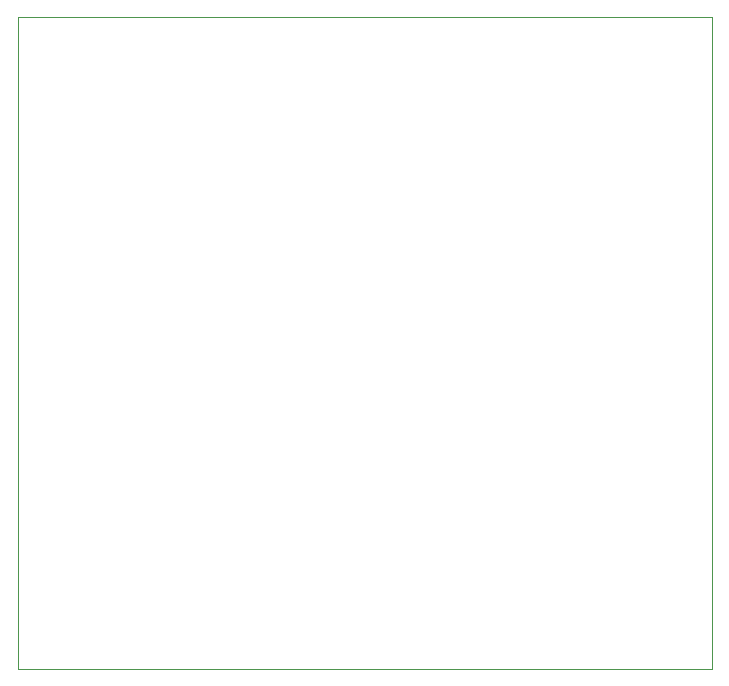
<source format=gbr>
%TF.GenerationSoftware,KiCad,Pcbnew,8.0.7*%
%TF.CreationDate,2025-01-01T13:37:10+01:00*%
%TF.ProjectId,expansion_a,65787061-6e73-4696-9f6e-5f612e6b6963,1*%
%TF.SameCoordinates,Original*%
%TF.FileFunction,Profile,NP*%
%FSLAX46Y46*%
G04 Gerber Fmt 4.6, Leading zero omitted, Abs format (unit mm)*
G04 Created by KiCad (PCBNEW 8.0.7) date 2025-01-01 13:37:10*
%MOMM*%
%LPD*%
G01*
G04 APERTURE LIST*
%TA.AperFunction,Profile*%
%ADD10C,0.100000*%
%TD*%
G04 APERTURE END LIST*
D10*
X68607000Y-33991000D02*
X127329000Y-33991000D01*
X127329000Y-89229000D01*
X68607000Y-89229000D01*
X68607000Y-33991000D01*
M02*

</source>
